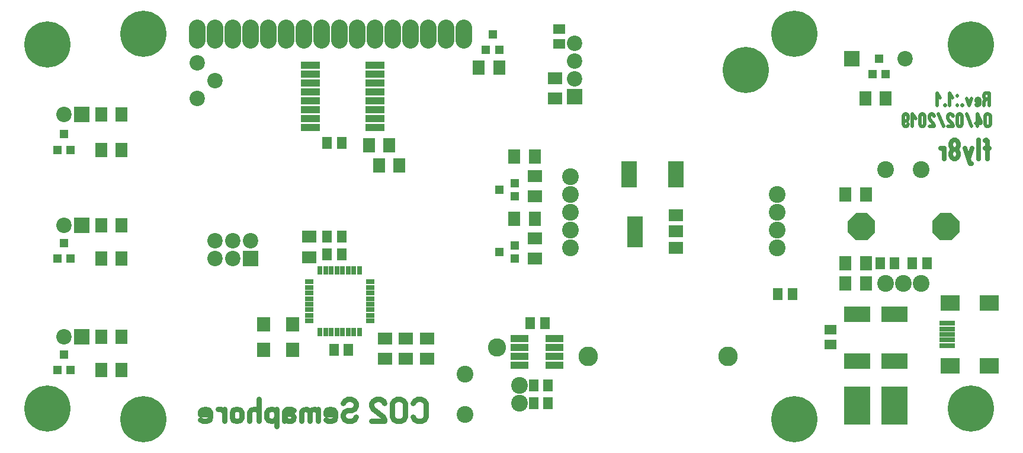
<source format=gbr>
%FSLAX34Y34*%
%MOMM*%
%LNSOLDERMASK_BOTTOM*%
G71*
G01*
%ADD10C, 2.400*%
%ADD11C, 2.400*%
%ADD12C, 2.200*%
%ADD13C, 6.600*%
%ADD14C, 2.200*%
%ADD15R, 0.700X1.200*%
%ADD16R, 1.200X0.700*%
%ADD17R, 2.800X1.000*%
%ADD18R, 2.600X1.000*%
%ADD19C, 2.800*%
%ADD20R, 2.700X2.200*%
%ADD21R, 2.200X0.700*%
%ADD22R, 3.800X5.400*%
%ADD23R, 3.700X2.200*%
%ADD24R, 1.700X1.400*%
%ADD25R, 1.400X1.700*%
%ADD26R, 2.000X1.700*%
%ADD27R, 1.700X2.000*%
%ADD28C, 2.200*%
%ADD29R, 1.900X2.000*%
%ADD30R, 1.300X1.300*%
%ADD31C, 2.600*%
%ADD32C, 2.400*%
%ADD33C, 0.756*%
%ADD34C, 0.518*%
%ADD35C, 0.676*%
%ADD36R, 2.100X1.700*%
%ADD37R, 2.300X4.400*%
%ADD38R, 2.200X3.700*%
%LPD*%
G54D10*
X294000Y628600D02*
X294000Y610600D01*
G54D10*
X319400Y628600D02*
X319400Y610600D01*
G54D10*
X344800Y628600D02*
X344800Y610600D01*
G54D10*
X370200Y628600D02*
X370200Y610600D01*
G54D10*
X395600Y628600D02*
X395600Y610600D01*
G54D10*
X421000Y628600D02*
X421000Y610600D01*
G54D10*
X446400Y628600D02*
X446400Y610600D01*
G54D10*
X471800Y628600D02*
X471800Y610600D01*
G54D10*
X497200Y628600D02*
X497200Y610600D01*
G54D10*
X522600Y628600D02*
X522600Y610600D01*
G54D10*
X548000Y628600D02*
X548000Y610600D01*
G54D10*
X573400Y628600D02*
X573400Y610600D01*
G54D10*
X598800Y628600D02*
X598800Y610600D01*
G54D10*
X624200Y628600D02*
X624200Y610600D01*
G54D10*
X649600Y628600D02*
X649600Y610600D01*
G54D10*
X675000Y628600D02*
X675000Y610600D01*
X1278250Y264000D02*
G54D11*
D03*
X1303650Y264000D02*
G54D11*
D03*
X1329050Y264000D02*
G54D11*
D03*
X1278250Y425925D02*
G54D11*
D03*
X1329050Y425925D02*
G54D11*
D03*
G36*
X1223825Y353054D02*
X1235233Y364462D01*
X1251417Y364462D01*
X1262825Y353054D01*
X1262825Y336870D01*
X1251417Y325462D01*
X1235233Y325462D01*
X1223825Y336870D01*
X1223825Y353054D01*
G37*
G36*
X1344475Y353054D02*
X1355883Y364462D01*
X1372067Y364462D01*
X1383475Y353054D01*
X1383475Y336870D01*
X1372067Y325462D01*
X1355883Y325462D01*
X1344475Y336870D01*
X1344475Y353054D01*
G37*
G36*
X139900Y494300D02*
X117900Y494300D01*
X117900Y516300D01*
X139900Y516300D01*
X139900Y494300D01*
G37*
X103500Y505300D02*
G54D12*
D03*
G36*
X139900Y335550D02*
X117900Y335550D01*
X117900Y357550D01*
X139900Y357550D01*
X139900Y335550D01*
G37*
X103500Y346550D02*
G54D12*
D03*
G36*
X139900Y176800D02*
X117900Y176800D01*
X117900Y198800D01*
X139900Y198800D01*
X139900Y176800D01*
G37*
X103500Y187800D02*
G54D12*
D03*
X80000Y605000D02*
G54D13*
D03*
X80000Y85000D02*
G54D13*
D03*
X1400000Y85000D02*
G54D13*
D03*
X1400000Y605000D02*
G54D13*
D03*
G36*
X1219000Y596000D02*
X1241000Y596000D01*
X1241000Y574000D01*
X1219000Y574000D01*
X1219000Y596000D01*
G37*
X1306200Y585000D02*
G54D14*
D03*
X525775Y194150D02*
G54D15*
D03*
X517775Y194150D02*
G54D15*
D03*
X509775Y194150D02*
G54D15*
D03*
X501775Y194150D02*
G54D15*
D03*
X493775Y194150D02*
G54D15*
D03*
X485775Y194150D02*
G54D15*
D03*
X477775Y194150D02*
G54D15*
D03*
X469775Y194150D02*
G54D15*
D03*
X525775Y282150D02*
G54D15*
D03*
X517775Y282150D02*
G54D15*
D03*
X509775Y282150D02*
G54D15*
D03*
X501775Y282150D02*
G54D15*
D03*
X493775Y282150D02*
G54D15*
D03*
X485775Y282150D02*
G54D15*
D03*
X477775Y282150D02*
G54D15*
D03*
X469775Y282150D02*
G54D15*
D03*
X453775Y210150D02*
G54D16*
D03*
X453775Y218150D02*
G54D16*
D03*
X453775Y226150D02*
G54D16*
D03*
X453775Y234150D02*
G54D16*
D03*
X453775Y242150D02*
G54D16*
D03*
X453775Y250150D02*
G54D16*
D03*
X453775Y258150D02*
G54D16*
D03*
X453775Y266150D02*
G54D16*
D03*
X541775Y210150D02*
G54D16*
D03*
X541775Y218150D02*
G54D16*
D03*
X541775Y226150D02*
G54D16*
D03*
X541775Y234150D02*
G54D16*
D03*
X541775Y242150D02*
G54D16*
D03*
X541775Y250150D02*
G54D16*
D03*
X541775Y258150D02*
G54D16*
D03*
X541775Y266150D02*
G54D16*
D03*
X455925Y486250D02*
G54D17*
D03*
X455925Y498950D02*
G54D17*
D03*
X455925Y511650D02*
G54D17*
D03*
X455925Y524350D02*
G54D17*
D03*
X455925Y537050D02*
G54D17*
D03*
X455925Y549750D02*
G54D17*
D03*
X455925Y562450D02*
G54D17*
D03*
X455925Y575150D02*
G54D17*
D03*
X547925Y575150D02*
G54D17*
D03*
X547925Y562450D02*
G54D17*
D03*
X547925Y549750D02*
G54D17*
D03*
X547925Y537050D02*
G54D17*
D03*
X547925Y524350D02*
G54D17*
D03*
X547925Y511650D02*
G54D17*
D03*
X547925Y498950D02*
G54D17*
D03*
X547925Y486250D02*
G54D17*
D03*
X754375Y146525D02*
G54D18*
D03*
X754375Y159225D02*
G54D18*
D03*
X754375Y171925D02*
G54D18*
D03*
X754375Y184625D02*
G54D18*
D03*
X804375Y184625D02*
G54D18*
D03*
X804375Y171925D02*
G54D18*
D03*
X804375Y159225D02*
G54D18*
D03*
X804375Y146525D02*
G54D18*
D03*
X1052825Y159225D02*
G54D19*
D03*
X852825Y159225D02*
G54D19*
D03*
X1370325Y235425D02*
G54D20*
D03*
X1425825Y235425D02*
G54D20*
D03*
X1370325Y146425D02*
G54D20*
D03*
X1425825Y146425D02*
G54D20*
D03*
X1365838Y174969D02*
G54D21*
D03*
X1365838Y206969D02*
G54D21*
D03*
X1365838Y198969D02*
G54D21*
D03*
X1365838Y190969D02*
G54D21*
D03*
X1365838Y182969D02*
G54D21*
D03*
X1236975Y89375D02*
G54D22*
D03*
X1290950Y89375D02*
G54D22*
D03*
X1290950Y152875D02*
G54D23*
D03*
X1290950Y219550D02*
G54D23*
D03*
X1236975Y152875D02*
G54D23*
D03*
X1236975Y219550D02*
G54D23*
D03*
X1198875Y176688D02*
G54D24*
D03*
X1198875Y197288D02*
G54D24*
D03*
X795650Y92550D02*
G54D25*
D03*
X775050Y92550D02*
G54D25*
D03*
X795650Y117950D02*
G54D25*
D03*
X775050Y117950D02*
G54D25*
D03*
X770250Y206850D02*
G54D25*
D03*
X790850Y206850D02*
G54D25*
D03*
X500375Y464025D02*
G54D25*
D03*
X479775Y464025D02*
G54D25*
D03*
X509900Y168750D02*
G54D25*
D03*
X489300Y168750D02*
G54D25*
D03*
X500375Y305275D02*
G54D25*
D03*
X479775Y305275D02*
G54D25*
D03*
X500338Y330675D02*
G54D25*
D03*
X479738Y330675D02*
G54D25*
D03*
X1144862Y248125D02*
G54D25*
D03*
X1124262Y248125D02*
G54D25*
D03*
X811525Y626585D02*
G54D24*
D03*
X811525Y605985D02*
G54D24*
D03*
X1290950Y292575D02*
G54D25*
D03*
X1270350Y292575D02*
G54D25*
D03*
X1336988Y292575D02*
G54D25*
D03*
X1316388Y292575D02*
G54D25*
D03*
X592450Y156050D02*
G54D26*
D03*
X592450Y185418D02*
G54D26*
D03*
X583242Y432275D02*
G54D27*
D03*
X553874Y432275D02*
G54D27*
D03*
X568638Y460850D02*
G54D27*
D03*
X539270Y460850D02*
G54D27*
D03*
X725800Y571975D02*
G54D27*
D03*
X696432Y571975D02*
G54D27*
D03*
X186050Y505300D02*
G54D27*
D03*
X156682Y505300D02*
G54D27*
D03*
X186050Y346550D02*
G54D27*
D03*
X156682Y346550D02*
G54D27*
D03*
X186050Y187800D02*
G54D27*
D03*
X156682Y187800D02*
G54D27*
D03*
X776600Y356075D02*
G54D27*
D03*
X747232Y356075D02*
G54D27*
D03*
X776600Y298925D02*
G54D26*
D03*
X776600Y328293D02*
G54D26*
D03*
X622612Y156050D02*
G54D26*
D03*
X622612Y185418D02*
G54D26*
D03*
X186050Y454500D02*
G54D27*
D03*
X156682Y454500D02*
G54D27*
D03*
X454338Y330675D02*
G54D26*
D03*
X454338Y301307D02*
G54D26*
D03*
X186050Y298925D02*
G54D27*
D03*
X156682Y298925D02*
G54D27*
D03*
X776600Y444975D02*
G54D27*
D03*
X747232Y444975D02*
G54D27*
D03*
X776600Y387825D02*
G54D26*
D03*
X776600Y417193D02*
G54D26*
D03*
X562288Y156050D02*
G54D26*
D03*
X562288Y185418D02*
G54D26*
D03*
X186050Y140175D02*
G54D27*
D03*
X156682Y140175D02*
G54D27*
D03*
X1278250Y527525D02*
G54D27*
D03*
X1248882Y527525D02*
G54D27*
D03*
X1249675Y292575D02*
G54D27*
D03*
X1220307Y292575D02*
G54D27*
D03*
X1249675Y264000D02*
G54D27*
D03*
X1220307Y264000D02*
G54D27*
D03*
X1249675Y391000D02*
G54D27*
D03*
X1220307Y391000D02*
G54D27*
D03*
X805175Y527525D02*
G54D26*
D03*
X805175Y556893D02*
G54D26*
D03*
G36*
X359200Y287925D02*
X359200Y309925D01*
X381200Y309925D01*
X381200Y287925D01*
X359200Y287925D01*
G37*
X370200Y324325D02*
G54D28*
D03*
X344800Y298925D02*
G54D28*
D03*
X344800Y324325D02*
G54D28*
D03*
X319400Y298925D02*
G54D28*
D03*
X319400Y324325D02*
G54D28*
D03*
X294000Y527525D02*
G54D12*
D03*
X294000Y578325D02*
G54D12*
D03*
X319400Y552925D02*
G54D12*
D03*
X430525Y168750D02*
G54D29*
D03*
X389250Y168750D02*
G54D29*
D03*
X430525Y205262D02*
G54D29*
D03*
X389250Y205262D02*
G54D29*
D03*
X706750Y597375D02*
G54D30*
D03*
X725750Y597375D02*
G54D30*
D03*
X716250Y619575D02*
G54D30*
D03*
X93975Y454500D02*
G54D30*
D03*
X112975Y454500D02*
G54D30*
D03*
X103475Y476700D02*
G54D30*
D03*
X748025Y298925D02*
G54D30*
D03*
X748025Y317925D02*
G54D30*
D03*
X725825Y308425D02*
G54D30*
D03*
X93975Y298925D02*
G54D30*
D03*
X112975Y298925D02*
G54D30*
D03*
X103475Y321125D02*
G54D30*
D03*
X748025Y387825D02*
G54D30*
D03*
X748025Y406825D02*
G54D30*
D03*
X725825Y397325D02*
G54D30*
D03*
X93975Y140175D02*
G54D30*
D03*
X112975Y140175D02*
G54D30*
D03*
X103475Y162375D02*
G54D30*
D03*
X1259200Y562450D02*
G54D30*
D03*
X1278200Y562450D02*
G54D30*
D03*
X1268700Y584650D02*
G54D30*
D03*
X722625Y171925D02*
G54D31*
D03*
G36*
X822750Y519700D02*
X822750Y541700D01*
X844750Y541700D01*
X844750Y519700D01*
X822750Y519700D01*
G37*
X833750Y556100D02*
G54D14*
D03*
X833750Y581500D02*
G54D14*
D03*
X833750Y606900D02*
G54D14*
D03*
X1122675Y391000D02*
G54D11*
D03*
X1122675Y365600D02*
G54D11*
D03*
X1122675Y340200D02*
G54D11*
D03*
X1122675Y314800D02*
G54D11*
D03*
X827400Y314800D02*
G54D11*
D03*
X827400Y340200D02*
G54D11*
D03*
X827400Y365600D02*
G54D11*
D03*
X827400Y391000D02*
G54D11*
D03*
X827400Y416400D02*
G54D11*
D03*
X217400Y620000D02*
G54D13*
D03*
X217400Y70000D02*
G54D13*
D03*
X1147400Y70000D02*
G54D13*
D03*
X1147400Y620000D02*
G54D13*
D03*
X1078225Y568800D02*
G54D13*
D03*
X754375Y117950D02*
G54D32*
D03*
X754375Y92550D02*
G54D32*
D03*
X676588Y133825D02*
G54D32*
D03*
X676588Y76675D02*
G54D32*
D03*
G54D33*
X602358Y72983D02*
X604692Y69094D01*
X609358Y67150D01*
X614025Y67150D01*
X618692Y69094D01*
X621025Y72983D01*
X621025Y92428D01*
X618692Y96317D01*
X614025Y98261D01*
X609358Y98261D01*
X604692Y96317D01*
X602358Y92428D01*
G54D33*
X572802Y92428D02*
X572802Y72983D01*
X575136Y69094D01*
X579802Y67150D01*
X584469Y67150D01*
X589136Y69094D01*
X591469Y72983D01*
X591469Y92428D01*
X589136Y96317D01*
X584469Y98261D01*
X579802Y98261D01*
X575136Y96317D01*
X572802Y92428D01*
G54D33*
X543246Y67150D02*
X561913Y67150D01*
X561913Y69094D01*
X559580Y72983D01*
X545580Y84650D01*
X543246Y88539D01*
X543246Y92428D01*
X545580Y96317D01*
X550246Y98261D01*
X554913Y98261D01*
X559580Y96317D01*
X561913Y92428D01*
G54D33*
X521001Y72983D02*
X518668Y69094D01*
X514001Y67150D01*
X509334Y67150D01*
X504668Y69094D01*
X502334Y72983D01*
X502334Y76872D01*
X504668Y80761D01*
X509334Y82706D01*
X514001Y82706D01*
X518668Y84650D01*
X521001Y88539D01*
X521001Y92428D01*
X518668Y96317D01*
X514001Y98261D01*
X509334Y98261D01*
X504668Y96317D01*
X502334Y92428D01*
G54D33*
X477445Y69094D02*
X481178Y67150D01*
X485845Y67150D01*
X490512Y69094D01*
X491445Y72983D01*
X491445Y79594D01*
X489112Y83483D01*
X484445Y84650D01*
X479778Y83483D01*
X477445Y80761D01*
X477445Y76872D01*
X491445Y76872D01*
G54D33*
X466556Y67150D02*
X466556Y84650D01*
G54D33*
X466556Y81539D02*
X461889Y84650D01*
X457223Y83483D01*
X454889Y80761D01*
X454889Y67150D01*
G54D33*
X454889Y81539D02*
X450223Y84650D01*
X445556Y83483D01*
X443223Y80761D01*
X443223Y67150D01*
G54D33*
X432334Y82706D02*
X427667Y84650D01*
X422067Y84650D01*
X418334Y80761D01*
X418334Y67150D01*
G54D33*
X418334Y72983D02*
X420667Y76872D01*
X425334Y77650D01*
X430001Y76872D01*
X432334Y72983D01*
X431401Y69094D01*
X427667Y67150D01*
X425334Y67150D01*
X424401Y67150D01*
X420667Y69094D01*
X418334Y72983D01*
G54D33*
X407445Y84650D02*
X407445Y59372D01*
G54D33*
X407445Y72983D02*
X405112Y67928D01*
X400445Y67150D01*
X395778Y67928D01*
X393445Y71817D01*
X393445Y79594D01*
X395778Y83483D01*
X400445Y84650D01*
X405112Y83483D01*
X407445Y78817D01*
G54D33*
X382556Y67150D02*
X382556Y98261D01*
G54D33*
X382556Y79594D02*
X380223Y83483D01*
X375556Y84650D01*
X370889Y83483D01*
X368556Y79594D01*
X368556Y67150D01*
G54D33*
X343667Y71817D02*
X343667Y79594D01*
X346000Y83483D01*
X350667Y84650D01*
X355334Y83483D01*
X357667Y79594D01*
X357667Y71817D01*
X355334Y67928D01*
X350667Y67150D01*
X346000Y67928D01*
X343667Y71817D01*
G54D33*
X332778Y67150D02*
X332778Y84650D01*
G54D33*
X332778Y80761D02*
X328111Y84650D01*
X323445Y84650D01*
G54D33*
X298556Y69094D02*
X302289Y67150D01*
X306956Y67150D01*
X311623Y69094D01*
X312556Y72983D01*
X312556Y79594D01*
X310223Y83483D01*
X305556Y84650D01*
X300889Y83483D01*
X298556Y80761D01*
X298556Y76872D01*
X312556Y76872D01*
G54D34*
X1422332Y526889D02*
X1419665Y524667D01*
X1418776Y522444D01*
X1418776Y518000D01*
G54D34*
X1425888Y518000D02*
X1425888Y535778D01*
X1421443Y535778D01*
X1419665Y534667D01*
X1418776Y532444D01*
X1418776Y530222D01*
X1419665Y528000D01*
X1421443Y526889D01*
X1425888Y526889D01*
G54D34*
X1407221Y519111D02*
X1408643Y518000D01*
X1410421Y518000D01*
X1412199Y519111D01*
X1412554Y521333D01*
X1412554Y525111D01*
X1411666Y527333D01*
X1409888Y528000D01*
X1408110Y527333D01*
X1407221Y525778D01*
X1407221Y523556D01*
X1412554Y523556D01*
G54D34*
X1401000Y528000D02*
X1397444Y518000D01*
X1393888Y528000D01*
G54D34*
X1386955Y518000D02*
X1387666Y518000D01*
X1387666Y518889D01*
X1386955Y518889D01*
X1386955Y518000D01*
X1387666Y518000D01*
G54D34*
X1380734Y518000D02*
X1380022Y518000D01*
X1380022Y518889D01*
X1380734Y518889D01*
X1380734Y518000D01*
G54D34*
X1380022Y531333D02*
X1380734Y531333D01*
X1380734Y532222D01*
X1380022Y532222D01*
X1380022Y531333D01*
G54D34*
X1373800Y529111D02*
X1369356Y535778D01*
X1369356Y518000D01*
G54D34*
X1362423Y518000D02*
X1363134Y518000D01*
X1363134Y518889D01*
X1362423Y518889D01*
X1362423Y518000D01*
X1363134Y518000D01*
G54D34*
X1356202Y529111D02*
X1351757Y535778D01*
X1351757Y518000D01*
G54D34*
X1420364Y502282D02*
X1420364Y491171D01*
X1421253Y488949D01*
X1423030Y487838D01*
X1424808Y487838D01*
X1426586Y488949D01*
X1427475Y491171D01*
X1427475Y502282D01*
X1426586Y504504D01*
X1424808Y505615D01*
X1423030Y505615D01*
X1421253Y504504D01*
X1420364Y502282D01*
G54D34*
X1408809Y487838D02*
X1408809Y505615D01*
X1414142Y494504D01*
X1414142Y492282D01*
X1407031Y492282D01*
G54D34*
X1400809Y487838D02*
X1393698Y505615D01*
G54D34*
X1380365Y502282D02*
X1380365Y491171D01*
X1381254Y488949D01*
X1383032Y487838D01*
X1384809Y487838D01*
X1386587Y488949D01*
X1387476Y491171D01*
X1387476Y502282D01*
X1386587Y504504D01*
X1384809Y505615D01*
X1383032Y505615D01*
X1381254Y504504D01*
X1380365Y502282D01*
G54D34*
X1367032Y487838D02*
X1374143Y487838D01*
X1374143Y488949D01*
X1373254Y491171D01*
X1367921Y497838D01*
X1367032Y500060D01*
X1367032Y502282D01*
X1367921Y504504D01*
X1369698Y505615D01*
X1371476Y505615D01*
X1373254Y504504D01*
X1374143Y502282D01*
G54D34*
X1360810Y487838D02*
X1353699Y505615D01*
G54D34*
X1340366Y487838D02*
X1347477Y487838D01*
X1347477Y488949D01*
X1346588Y491171D01*
X1341255Y497838D01*
X1340366Y500060D01*
X1340366Y502282D01*
X1341255Y504504D01*
X1343032Y505615D01*
X1344810Y505615D01*
X1346588Y504504D01*
X1347477Y502282D01*
G54D34*
X1327033Y502282D02*
X1327033Y491171D01*
X1327922Y488949D01*
X1329700Y487838D01*
X1331477Y487838D01*
X1333255Y488949D01*
X1334144Y491171D01*
X1334144Y502282D01*
X1333255Y504504D01*
X1331477Y505615D01*
X1329700Y505615D01*
X1327922Y504504D01*
X1327033Y502282D01*
G54D34*
X1320811Y498949D02*
X1316366Y505615D01*
X1316366Y487838D01*
G54D34*
X1310145Y491171D02*
X1309256Y488949D01*
X1307478Y487838D01*
X1305700Y487838D01*
X1303923Y488949D01*
X1303034Y491171D01*
X1303034Y496726D01*
X1303034Y497838D01*
X1305700Y495615D01*
X1307478Y495615D01*
X1309256Y496726D01*
X1310145Y498949D01*
X1310145Y502282D01*
X1309256Y504504D01*
X1307478Y505615D01*
X1305700Y505615D01*
X1303923Y504504D01*
X1303034Y502282D01*
X1303034Y496726D01*
G54D35*
X1423221Y441800D02*
X1423221Y466800D01*
X1421888Y468467D01*
X1420554Y467467D01*
G54D35*
X1425888Y456800D02*
X1420554Y456800D01*
G54D35*
X1411222Y441800D02*
X1411222Y468467D01*
G54D35*
X1401888Y456800D02*
X1396555Y441800D01*
X1391222Y456800D01*
G54D35*
X1396555Y441800D02*
X1397888Y436800D01*
X1399222Y435133D01*
X1400555Y435133D01*
G54D35*
X1375222Y455133D02*
X1377888Y455133D01*
X1380555Y456800D01*
X1381888Y460133D01*
X1381888Y463467D01*
X1380555Y466800D01*
X1377888Y468467D01*
X1375222Y468467D01*
X1372555Y466800D01*
X1371222Y463467D01*
X1371222Y460133D01*
X1372555Y456800D01*
X1375222Y455133D01*
X1372555Y453467D01*
X1371222Y450133D01*
X1371222Y446800D01*
X1372555Y443467D01*
X1375222Y441800D01*
X1377888Y441800D01*
X1380555Y443467D01*
X1381888Y446800D01*
X1381888Y450133D01*
X1380555Y453467D01*
X1377888Y455133D01*
G54D35*
X1361888Y441800D02*
X1361888Y456800D01*
G54D35*
X1361888Y453467D02*
X1359222Y456800D01*
X1356555Y456800D01*
X978212Y360838D02*
G54D36*
D03*
X978312Y337838D02*
G54D36*
D03*
X978312Y314838D02*
G54D36*
D03*
X919612Y337738D02*
G54D37*
D03*
X911538Y419575D02*
G54D38*
D03*
X978212Y419575D02*
G54D38*
D03*
M02*

</source>
